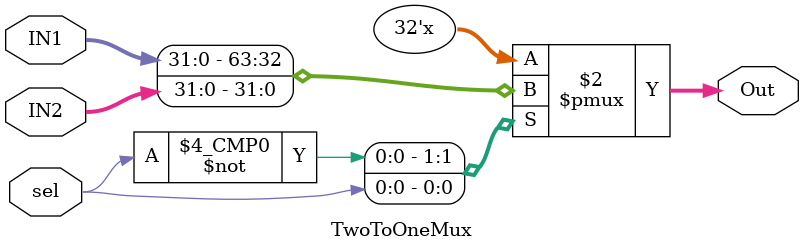
<source format=v>
`timescale 1ns / 1ps
module TwoToOneMux( input [31:0]IN1, IN2, input sel, output reg [31:0]Out);
	always @(*) begin
		case(sel)
			1'b0:	Out = IN1;
			1'b1:	Out = IN2;
			default: Out = 32'b0;
		endcase
	end

endmodule
</source>
